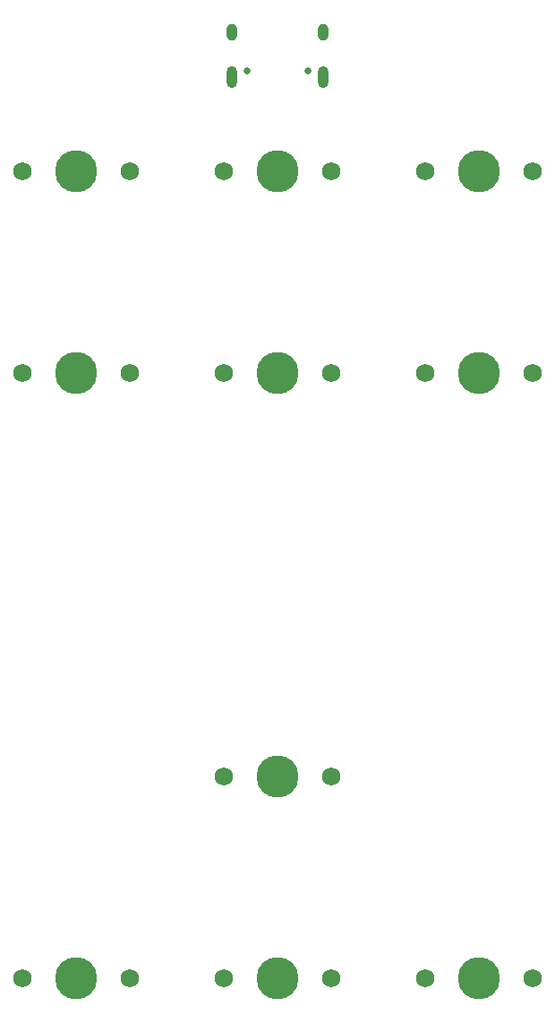
<source format=gbr>
%TF.GenerationSoftware,KiCad,Pcbnew,(5.1.10)-1*%
%TF.CreationDate,2021-11-11T12:41:23+01:00*%
%TF.ProjectId,navidat,6e617669-6461-4742-9e6b-696361645f70,rev?*%
%TF.SameCoordinates,Original*%
%TF.FileFunction,Soldermask,Top*%
%TF.FilePolarity,Negative*%
%FSLAX46Y46*%
G04 Gerber Fmt 4.6, Leading zero omitted, Abs format (unit mm)*
G04 Created by KiCad (PCBNEW (5.1.10)-1) date 2021-11-11 12:41:23*
%MOMM*%
%LPD*%
G01*
G04 APERTURE LIST*
%ADD10C,3.987800*%
%ADD11C,1.750000*%
%ADD12O,1.000000X2.100000*%
%ADD13C,0.650000*%
%ADD14O,1.000000X1.600000*%
G04 APERTURE END LIST*
D10*
%TO.C,MX8*%
X149225000Y-120650000D03*
D11*
X144145000Y-120650000D03*
X154305000Y-120650000D03*
%TD*%
D10*
%TO.C,MX4*%
X168275000Y-82550000D03*
D11*
X163195000Y-82550000D03*
X173355000Y-82550000D03*
%TD*%
D12*
%TO.C,USB1*%
X153545000Y-54565000D03*
X144905000Y-54565000D03*
D13*
X146335000Y-54035000D03*
D14*
X144905000Y-50385000D03*
D13*
X152115000Y-54035000D03*
D14*
X153545000Y-50385000D03*
%TD*%
D10*
%TO.C,MX10*%
X168275000Y-139700000D03*
D11*
X163195000Y-139700000D03*
X173355000Y-139700000D03*
%TD*%
D10*
%TO.C,MX9*%
X149225000Y-139700000D03*
D11*
X144145000Y-139700000D03*
X154305000Y-139700000D03*
%TD*%
D10*
%TO.C,MX7*%
X130175000Y-139700000D03*
D11*
X125095000Y-139700000D03*
X135255000Y-139700000D03*
%TD*%
D10*
%TO.C,MX6*%
X149225000Y-82550000D03*
D11*
X144145000Y-82550000D03*
X154305000Y-82550000D03*
%TD*%
D10*
%TO.C,MX5*%
X130175000Y-82550000D03*
D11*
X125095000Y-82550000D03*
X135255000Y-82550000D03*
%TD*%
D10*
%TO.C,MX3*%
X168275000Y-63500000D03*
D11*
X163195000Y-63500000D03*
X173355000Y-63500000D03*
%TD*%
D10*
%TO.C,MX2*%
X149225000Y-63500000D03*
D11*
X144145000Y-63500000D03*
X154305000Y-63500000D03*
%TD*%
D10*
%TO.C,MX1*%
X130175000Y-63500000D03*
D11*
X125095000Y-63500000D03*
X135255000Y-63500000D03*
%TD*%
M02*

</source>
